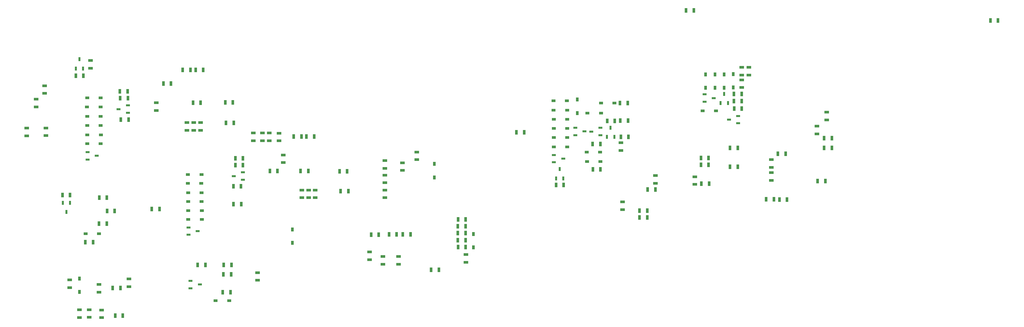
<source format=gbp>
G04*
G04 #@! TF.GenerationSoftware,Altium Limited,Altium Designer,22.10.1 (41)*
G04*
G04 Layer_Color=128*
%FSLAX44Y44*%
%MOMM*%
G71*
G04*
G04 #@! TF.SameCoordinates,925E1407-17B4-44B6-9F2D-65EEED7EDF2A*
G04*
G04*
G04 #@! TF.FilePolarity,Positive*
G04*
G01*
G75*
%ADD29R,1.0000X0.6000*%
%ADD30R,1.2500X0.8000*%
%ADD31R,0.8000X1.2500*%
%ADD32R,0.7000X1.0000*%
%ADD33R,0.6000X1.0000*%
%ADD34R,1.0000X0.7000*%
D29*
X307236Y477920D02*
D03*
X283236Y487420D02*
D03*
Y468420D02*
D03*
X388415Y609099D02*
D03*
Y590099D02*
D03*
X364415Y599599D02*
D03*
X546112Y272258D02*
D03*
Y291258D02*
D03*
X570112Y281758D02*
D03*
X551569Y133099D02*
D03*
Y152099D02*
D03*
X575569Y142599D02*
D03*
X687569Y434719D02*
D03*
Y415719D02*
D03*
X663569Y425219D02*
D03*
X1911621Y628410D02*
D03*
X1887621Y637910D02*
D03*
Y618910D02*
D03*
X1951121Y572160D02*
D03*
X1975121Y562660D02*
D03*
Y581660D02*
D03*
X1520250Y470654D02*
D03*
X1496250Y480154D02*
D03*
Y461154D02*
D03*
X1593000Y541154D02*
D03*
X1617000Y531654D02*
D03*
Y550654D02*
D03*
X1576000Y541404D02*
D03*
X1552000Y550904D02*
D03*
Y531904D02*
D03*
D30*
X462502Y596099D02*
D03*
Y616099D02*
D03*
X1102252Y459750D02*
D03*
Y439750D02*
D03*
X1139259Y487750D02*
D03*
Y467750D02*
D03*
X1056208Y427750D02*
D03*
Y407750D02*
D03*
X1056204Y368750D02*
D03*
Y388750D02*
D03*
X1056203Y445279D02*
D03*
Y465279D02*
D03*
X541913Y564170D02*
D03*
Y544170D02*
D03*
X559667Y564599D02*
D03*
Y544599D02*
D03*
X577417Y564349D02*
D03*
Y544349D02*
D03*
X725318Y153599D02*
D03*
Y173599D02*
D03*
X792248Y460000D02*
D03*
Y480000D02*
D03*
X858071Y388599D02*
D03*
Y368599D02*
D03*
X840571Y388599D02*
D03*
Y368599D02*
D03*
X875571Y388599D02*
D03*
Y368599D02*
D03*
X714502Y537500D02*
D03*
Y517500D02*
D03*
X737914Y517345D02*
D03*
Y537345D02*
D03*
X781419Y536750D02*
D03*
Y516750D02*
D03*
X756043Y517413D02*
D03*
Y537413D02*
D03*
X1092160Y215750D02*
D03*
Y195750D02*
D03*
X1267218Y220750D02*
D03*
Y200750D02*
D03*
X1051661Y215750D02*
D03*
Y195750D02*
D03*
X1016414Y207500D02*
D03*
Y227500D02*
D03*
X291002Y706000D02*
D03*
Y726000D02*
D03*
X171748Y660500D02*
D03*
Y640500D02*
D03*
X175618Y550250D02*
D03*
Y530250D02*
D03*
X149817Y625250D02*
D03*
Y605250D02*
D03*
X125502Y530000D02*
D03*
Y550000D02*
D03*
X2003373Y688160D02*
D03*
Y708160D02*
D03*
X1984621Y688410D02*
D03*
Y708410D02*
D03*
X1984619Y675660D02*
D03*
Y655660D02*
D03*
X2205564Y591696D02*
D03*
Y571696D02*
D03*
X2180002Y535000D02*
D03*
Y555000D02*
D03*
X2061243Y434181D02*
D03*
Y414181D02*
D03*
X2061247Y447620D02*
D03*
Y467620D02*
D03*
X1862493Y423534D02*
D03*
Y403534D02*
D03*
X1674502Y337904D02*
D03*
Y357904D02*
D03*
X1759998Y426486D02*
D03*
Y406486D02*
D03*
X1670251Y491905D02*
D03*
Y511905D02*
D03*
X287443Y77250D02*
D03*
Y57250D02*
D03*
X262046Y56500D02*
D03*
Y76500D02*
D03*
X319998Y76250D02*
D03*
Y56250D02*
D03*
X236646Y134750D02*
D03*
Y154750D02*
D03*
X312843Y142500D02*
D03*
Y122500D02*
D03*
X390998Y157250D02*
D03*
Y137250D02*
D03*
D31*
X641415Y617075D02*
D03*
X661415D02*
D03*
X1246675Y294383D02*
D03*
X1266675D02*
D03*
Y276630D02*
D03*
X1246675D02*
D03*
X1266925Y312380D02*
D03*
X1246925D02*
D03*
X1266675Y258380D02*
D03*
X1246675D02*
D03*
X1246925Y240133D02*
D03*
X1266925D02*
D03*
X1419000Y539152D02*
D03*
X1399000D02*
D03*
X1197162Y180748D02*
D03*
X1177162D02*
D03*
X277915Y252600D02*
D03*
X297915D02*
D03*
X333165Y301347D02*
D03*
X313165D02*
D03*
X334250Y334502D02*
D03*
X354250D02*
D03*
X313666Y369100D02*
D03*
X333666D02*
D03*
X238165Y375847D02*
D03*
X218165D02*
D03*
X387665Y646097D02*
D03*
X367665D02*
D03*
X388415Y627679D02*
D03*
X368415D02*
D03*
X369915Y571851D02*
D03*
X389915D02*
D03*
X470599Y339099D02*
D03*
X450599D02*
D03*
X590112Y193599D02*
D03*
X570112D02*
D03*
X480500Y666502D02*
D03*
X500500D02*
D03*
X550915Y701597D02*
D03*
X530915D02*
D03*
X577746Y615921D02*
D03*
X557745D02*
D03*
X584500Y701596D02*
D03*
X564500D02*
D03*
X635000Y122600D02*
D03*
X655000D02*
D03*
X636819Y169100D02*
D03*
X656819D02*
D03*
X637569Y193601D02*
D03*
X657569D02*
D03*
X683250Y352154D02*
D03*
X663250D02*
D03*
X662750Y398261D02*
D03*
X682750D02*
D03*
X941500Y385752D02*
D03*
X961500D02*
D03*
X687569Y453219D02*
D03*
X667569D02*
D03*
X687569Y470967D02*
D03*
X667569D02*
D03*
X643750Y563252D02*
D03*
X663750D02*
D03*
X757417Y438752D02*
D03*
X777417D02*
D03*
X958750Y437248D02*
D03*
X938750D02*
D03*
X857250Y438447D02*
D03*
X837250D02*
D03*
X839819Y528347D02*
D03*
X819819D02*
D03*
X872819Y528349D02*
D03*
X852819D02*
D03*
X1103412Y272998D02*
D03*
X1123412D02*
D03*
X1067412D02*
D03*
X1087412D02*
D03*
X1040912Y272752D02*
D03*
X1020912D02*
D03*
X2651250Y830002D02*
D03*
X2631250D02*
D03*
X252750Y686748D02*
D03*
X272750D02*
D03*
X1984621Y620162D02*
D03*
X1964621D02*
D03*
X1984871Y600912D02*
D03*
X1964871D02*
D03*
X1984546Y639412D02*
D03*
X1964546D02*
D03*
X2201745Y412036D02*
D03*
X2181745D02*
D03*
X2198745Y523633D02*
D03*
X2218745D02*
D03*
X2198745Y498233D02*
D03*
X2218745D02*
D03*
X2067995Y364286D02*
D03*
X2047995D02*
D03*
X2082495Y364283D02*
D03*
X2102495D02*
D03*
X2098495Y483536D02*
D03*
X2078495D02*
D03*
X1953995Y498283D02*
D03*
X1973995D02*
D03*
X1899495Y405036D02*
D03*
X1879495D02*
D03*
X1974495Y449286D02*
D03*
X1954495D02*
D03*
X1898495Y472036D02*
D03*
X1878495D02*
D03*
Y454033D02*
D03*
X1898495D02*
D03*
X1654686Y568905D02*
D03*
X1634686D02*
D03*
X1617000Y508655D02*
D03*
X1597000D02*
D03*
X1597249Y442405D02*
D03*
X1617249D02*
D03*
X1738750Y317154D02*
D03*
X1718750D02*
D03*
X1738750Y334655D02*
D03*
X1718750D02*
D03*
X1760000Y390124D02*
D03*
X1740000D02*
D03*
X1690250Y527155D02*
D03*
X1670250D02*
D03*
X1688750Y569405D02*
D03*
X1668750D02*
D03*
X1668250Y614902D02*
D03*
X1688250D02*
D03*
X1521548Y402341D02*
D03*
X1501548D02*
D03*
X348750Y133973D02*
D03*
X368750D02*
D03*
X355250Y61748D02*
D03*
X375250D02*
D03*
X1860000Y857002D02*
D03*
X1840000D02*
D03*
D32*
X1286925Y239382D02*
D03*
Y274382D02*
D03*
X1185456Y456631D02*
D03*
Y421631D02*
D03*
X816250Y286000D02*
D03*
Y251000D02*
D03*
X1890621Y655160D02*
D03*
Y690160D02*
D03*
X1915371D02*
D03*
Y655160D02*
D03*
X1938621D02*
D03*
Y690160D02*
D03*
X1962871Y690660D02*
D03*
Y655660D02*
D03*
X1556750Y624404D02*
D03*
Y589404D02*
D03*
X262750Y123170D02*
D03*
Y158170D02*
D03*
D33*
X218915Y355599D02*
D03*
X237915D02*
D03*
X228415Y331599D02*
D03*
X262341Y729250D02*
D03*
X252841Y705250D02*
D03*
X271842D02*
D03*
X1939121Y638910D02*
D03*
X1929621Y614910D02*
D03*
X1948621D02*
D03*
X1643750Y551154D02*
D03*
X1634250Y527154D02*
D03*
X1653250D02*
D03*
X1511207Y443143D02*
D03*
X1501707Y419143D02*
D03*
X1520708D02*
D03*
D34*
X278415Y275349D02*
D03*
X313415D02*
D03*
X317236Y605420D02*
D03*
X282236D02*
D03*
X317354Y509287D02*
D03*
X282354D02*
D03*
X317736Y557170D02*
D03*
X282736D02*
D03*
Y580670D02*
D03*
X317736D02*
D03*
X282736Y629170D02*
D03*
X317736D02*
D03*
X282947Y532631D02*
D03*
X317947D02*
D03*
X579362Y406258D02*
D03*
X544362D02*
D03*
X544612Y429258D02*
D03*
X579612D02*
D03*
X580112Y359008D02*
D03*
X545112D02*
D03*
Y382008D02*
D03*
X580112D02*
D03*
X545612Y335258D02*
D03*
X580612D02*
D03*
Y312258D02*
D03*
X545612D02*
D03*
X616569Y100349D02*
D03*
X651569D02*
D03*
X1917871Y595410D02*
D03*
X1882871D02*
D03*
X1617249Y462905D02*
D03*
X1582249D02*
D03*
X1581538Y487155D02*
D03*
X1616538D02*
D03*
X1530658Y525158D02*
D03*
X1495658D02*
D03*
Y501158D02*
D03*
X1530658D02*
D03*
X1495658Y549658D02*
D03*
X1530658D02*
D03*
Y572908D02*
D03*
X1495658D02*
D03*
X1495358Y596908D02*
D03*
X1530358D02*
D03*
X1495036Y621618D02*
D03*
X1530035D02*
D03*
X1618500Y614904D02*
D03*
X1653500D02*
D03*
X1583500Y589154D02*
D03*
X1618500D02*
D03*
M02*

</source>
